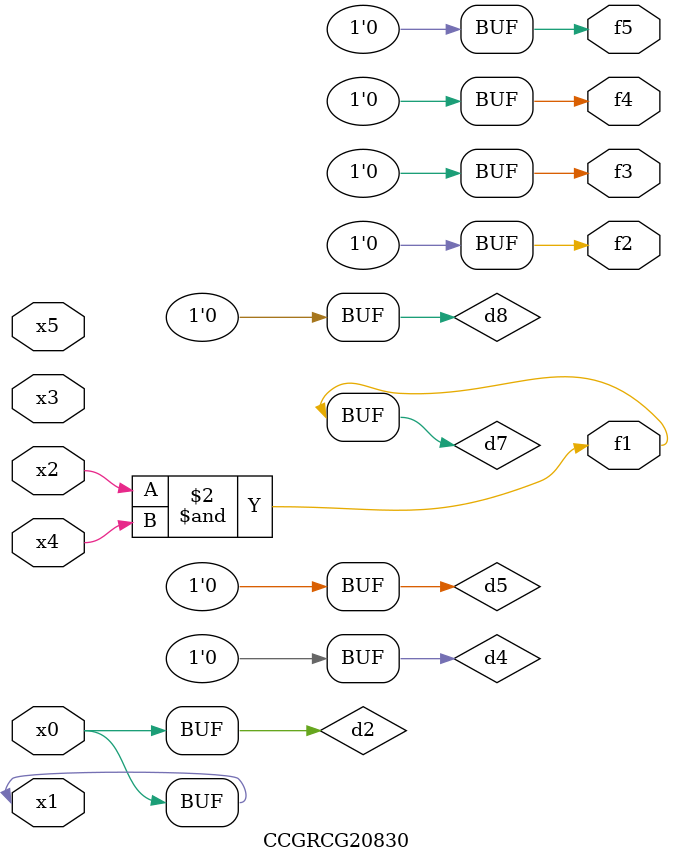
<source format=v>
module CCGRCG20830(
	input x0, x1, x2, x3, x4, x5,
	output f1, f2, f3, f4, f5
);

	wire d1, d2, d3, d4, d5, d6, d7, d8, d9;

	nand (d1, x1);
	buf (d2, x0, x1);
	nand (d3, x2, x4);
	and (d4, d1, d2);
	and (d5, d1, d2);
	nand (d6, d1, d3);
	not (d7, d3);
	xor (d8, d5);
	nor (d9, d5, d6);
	assign f1 = d7;
	assign f2 = d8;
	assign f3 = d8;
	assign f4 = d8;
	assign f5 = d8;
endmodule

</source>
